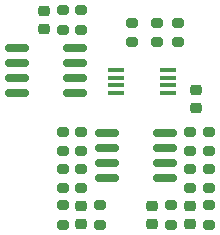
<source format=gbr>
%TF.GenerationSoftware,KiCad,Pcbnew,7.0.10-7.0.10~ubuntu22.04.1*%
%TF.CreationDate,2024-01-27T22:34:07+01:00*%
%TF.ProjectId,pmod_adc12,706d6f64-5f61-4646-9331-322e6b696361,rev?*%
%TF.SameCoordinates,Original*%
%TF.FileFunction,Paste,Top*%
%TF.FilePolarity,Positive*%
%FSLAX46Y46*%
G04 Gerber Fmt 4.6, Leading zero omitted, Abs format (unit mm)*
G04 Created by KiCad (PCBNEW 7.0.10-7.0.10~ubuntu22.04.1) date 2024-01-27 22:34:07*
%MOMM*%
%LPD*%
G01*
G04 APERTURE LIST*
G04 Aperture macros list*
%AMRoundRect*
0 Rectangle with rounded corners*
0 $1 Rounding radius*
0 $2 $3 $4 $5 $6 $7 $8 $9 X,Y pos of 4 corners*
0 Add a 4 corners polygon primitive as box body*
4,1,4,$2,$3,$4,$5,$6,$7,$8,$9,$2,$3,0*
0 Add four circle primitives for the rounded corners*
1,1,$1+$1,$2,$3*
1,1,$1+$1,$4,$5*
1,1,$1+$1,$6,$7*
1,1,$1+$1,$8,$9*
0 Add four rect primitives between the rounded corners*
20,1,$1+$1,$2,$3,$4,$5,0*
20,1,$1+$1,$4,$5,$6,$7,0*
20,1,$1+$1,$6,$7,$8,$9,0*
20,1,$1+$1,$8,$9,$2,$3,0*%
G04 Aperture macros list end*
%ADD10R,1.450000X0.450000*%
%ADD11RoundRect,0.150000X-0.825000X-0.150000X0.825000X-0.150000X0.825000X0.150000X-0.825000X0.150000X0*%
%ADD12RoundRect,0.200000X0.275000X-0.200000X0.275000X0.200000X-0.275000X0.200000X-0.275000X-0.200000X0*%
%ADD13RoundRect,0.200000X-0.275000X0.200000X-0.275000X-0.200000X0.275000X-0.200000X0.275000X0.200000X0*%
%ADD14RoundRect,0.225000X-0.250000X0.225000X-0.250000X-0.225000X0.250000X-0.225000X0.250000X0.225000X0*%
%ADD15RoundRect,0.225000X0.250000X-0.225000X0.250000X0.225000X-0.250000X0.225000X-0.250000X-0.225000X0*%
G04 APERTURE END LIST*
D10*
%TO.C,U1*%
X114800000Y-54975000D03*
X114800000Y-54325000D03*
X114800000Y-53675000D03*
X114800000Y-53025000D03*
X110400000Y-53025000D03*
X110400000Y-53675000D03*
X110400000Y-54325000D03*
X110400000Y-54975000D03*
%TD*%
D11*
%TO.C,U3*%
X106975000Y-51195000D03*
X106975000Y-52465000D03*
X106975000Y-53735000D03*
X106975000Y-55005000D03*
X102025000Y-55005000D03*
X102025000Y-53735000D03*
X102025000Y-52465000D03*
X102025000Y-51195000D03*
%TD*%
%TO.C,U2*%
X109625000Y-58395000D03*
X109625000Y-59665000D03*
X109625000Y-60935000D03*
X109625000Y-62205000D03*
X114575000Y-62205000D03*
X114575000Y-60935000D03*
X114575000Y-59665000D03*
X114575000Y-58395000D03*
%TD*%
D12*
%TO.C,R17*%
X107500000Y-47975000D03*
X107500000Y-49625000D03*
%TD*%
D13*
%TO.C,R16*%
X105900000Y-47975000D03*
X105900000Y-49625000D03*
%TD*%
D12*
%TO.C,R15*%
X115100000Y-66125000D03*
X115100000Y-64475000D03*
%TD*%
%TO.C,R14*%
X118300000Y-66125000D03*
X118300000Y-64475000D03*
%TD*%
D13*
%TO.C,R13*%
X118300000Y-58275000D03*
X118300000Y-59925000D03*
%TD*%
D12*
%TO.C,R12*%
X118300000Y-63025000D03*
X118300000Y-61375000D03*
%TD*%
%TO.C,R11*%
X116700000Y-63025000D03*
X116700000Y-61375000D03*
%TD*%
%TO.C,R10*%
X116700000Y-59925000D03*
X116700000Y-58275000D03*
%TD*%
%TO.C,R9*%
X107500000Y-59925000D03*
X107500000Y-58275000D03*
%TD*%
D13*
%TO.C,R8*%
X105900000Y-58275000D03*
X105900000Y-59925000D03*
%TD*%
D12*
%TO.C,R7*%
X105900000Y-63025000D03*
X105900000Y-61375000D03*
%TD*%
%TO.C,R6*%
X107500000Y-63025000D03*
X107500000Y-61375000D03*
%TD*%
%TO.C,R5*%
X105900000Y-66125000D03*
X105900000Y-64475000D03*
%TD*%
%TO.C,R4*%
X109100000Y-66125000D03*
X109100000Y-64475000D03*
%TD*%
D13*
%TO.C,R3*%
X113900000Y-49050000D03*
X113900000Y-50700000D03*
%TD*%
%TO.C,R2*%
X111800000Y-49050000D03*
X111800000Y-50700000D03*
%TD*%
%TO.C,R1*%
X115700000Y-49050000D03*
X115700000Y-50700000D03*
%TD*%
D14*
%TO.C,C5*%
X104300000Y-48025000D03*
X104300000Y-49575000D03*
%TD*%
%TO.C,C4*%
X113500000Y-66075000D03*
X113500000Y-64525000D03*
%TD*%
D15*
%TO.C,C3*%
X116700000Y-66075000D03*
X116700000Y-64525000D03*
%TD*%
%TO.C,C2*%
X107500000Y-66075000D03*
X107500000Y-64525000D03*
%TD*%
D14*
%TO.C,C1*%
X117200000Y-54725000D03*
X117200000Y-56275000D03*
%TD*%
M02*

</source>
